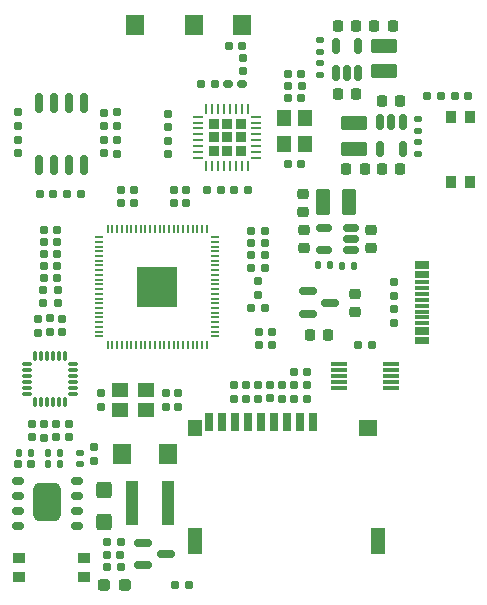
<source format=gbr>
%TF.GenerationSoftware,KiCad,Pcbnew,5.99.0-unknown-b10f156dd0~130~ubuntu20.04.1*%
%TF.CreationDate,2021-06-23T21:39:51+08:00*%
%TF.ProjectId,M5Pi,4d355069-2e6b-4696-9361-645f70636258,3.0*%
%TF.SameCoordinates,Original*%
%TF.FileFunction,Paste,Top*%
%TF.FilePolarity,Positive*%
%FSLAX46Y46*%
G04 Gerber Fmt 4.6, Leading zero omitted, Abs format (unit mm)*
G04 Created by KiCad (PCBNEW 5.99.0-unknown-b10f156dd0~130~ubuntu20.04.1) date 2021-06-23 21:39:51*
%MOMM*%
%LPD*%
G01*
G04 APERTURE LIST*
G04 Aperture macros list*
%AMRoundRect*
0 Rectangle with rounded corners*
0 $1 Rounding radius*
0 $2 $3 $4 $5 $6 $7 $8 $9 X,Y pos of 4 corners*
0 Add a 4 corners polygon primitive as box body*
4,1,4,$2,$3,$4,$5,$6,$7,$8,$9,$2,$3,0*
0 Add four circle primitives for the rounded corners*
1,1,$1+$1,$2,$3*
1,1,$1+$1,$4,$5*
1,1,$1+$1,$6,$7*
1,1,$1+$1,$8,$9*
0 Add four rect primitives between the rounded corners*
20,1,$1+$1,$2,$3,$4,$5,0*
20,1,$1+$1,$4,$5,$6,$7,0*
20,1,$1+$1,$6,$7,$8,$9,0*
20,1,$1+$1,$8,$9,$2,$3,0*%
G04 Aperture macros list end*
%ADD10RoundRect,0.155000X0.212500X0.155000X-0.212500X0.155000X-0.212500X-0.155000X0.212500X-0.155000X0*%
%ADD11RoundRect,0.155000X-0.155000X0.212500X-0.155000X-0.212500X0.155000X-0.212500X0.155000X0.212500X0*%
%ADD12RoundRect,0.160000X-0.197500X-0.160000X0.197500X-0.160000X0.197500X0.160000X-0.197500X0.160000X0*%
%ADD13RoundRect,0.160000X-0.160000X0.197500X-0.160000X-0.197500X0.160000X-0.197500X0.160000X0.197500X0*%
%ADD14RoundRect,0.160000X0.160000X-0.197500X0.160000X0.197500X-0.160000X0.197500X-0.160000X-0.197500X0*%
%ADD15RoundRect,0.155000X-0.212500X-0.155000X0.212500X-0.155000X0.212500X0.155000X-0.212500X0.155000X0*%
%ADD16RoundRect,0.250000X0.850000X-0.375000X0.850000X0.375000X-0.850000X0.375000X-0.850000X-0.375000X0*%
%ADD17R,1.600000X1.400000*%
%ADD18R,1.200000X2.200000*%
%ADD19R,1.200000X1.400000*%
%ADD20R,0.700000X1.600000*%
%ADD21RoundRect,0.135000X-0.135000X-0.185000X0.135000X-0.185000X0.135000X0.185000X-0.135000X0.185000X0*%
%ADD22R,1.400000X0.300000*%
%ADD23RoundRect,0.155000X0.155000X-0.212500X0.155000X0.212500X-0.155000X0.212500X-0.155000X-0.212500X0*%
%ADD24RoundRect,0.225000X-0.225000X-0.250000X0.225000X-0.250000X0.225000X0.250000X-0.225000X0.250000X0*%
%ADD25RoundRect,0.150000X0.150000X-0.512500X0.150000X0.512500X-0.150000X0.512500X-0.150000X-0.512500X0*%
%ADD26RoundRect,0.150000X-0.150000X0.512500X-0.150000X-0.512500X0.150000X-0.512500X0.150000X0.512500X0*%
%ADD27RoundRect,0.160000X0.197500X0.160000X-0.197500X0.160000X-0.197500X-0.160000X0.197500X-0.160000X0*%
%ADD28RoundRect,0.160000X0.222500X0.160000X-0.222500X0.160000X-0.222500X-0.160000X0.222500X-0.160000X0*%
%ADD29RoundRect,0.225000X0.250000X-0.225000X0.250000X0.225000X-0.250000X0.225000X-0.250000X-0.225000X0*%
%ADD30RoundRect,0.135000X0.185000X-0.135000X0.185000X0.135000X-0.185000X0.135000X-0.185000X-0.135000X0*%
%ADD31R,1.100000X3.700000*%
%ADD32RoundRect,0.150000X0.350000X0.150000X-0.350000X0.150000X-0.350000X-0.150000X0.350000X-0.150000X0*%
%ADD33RoundRect,0.600000X-0.600000X1.050000X-0.600000X-1.050000X0.600000X-1.050000X0.600000X1.050000X0*%
%ADD34RoundRect,0.225000X-0.250000X0.225000X-0.250000X-0.225000X0.250000X-0.225000X0.250000X0.225000X0*%
%ADD35R,0.875000X1.100000*%
%ADD36RoundRect,0.075000X-0.350000X-0.075000X0.350000X-0.075000X0.350000X0.075000X-0.350000X0.075000X0*%
%ADD37RoundRect,0.075000X0.075000X-0.350000X0.075000X0.350000X-0.075000X0.350000X-0.075000X-0.350000X0*%
%ADD38RoundRect,0.225000X0.225000X0.250000X-0.225000X0.250000X-0.225000X-0.250000X0.225000X-0.250000X0*%
%ADD39RoundRect,0.150000X0.512500X0.150000X-0.512500X0.150000X-0.512500X-0.150000X0.512500X-0.150000X0*%
%ADD40RoundRect,0.237500X-0.287500X-0.237500X0.287500X-0.237500X0.287500X0.237500X-0.287500X0.237500X0*%
%ADD41R,1.150000X0.300000*%
%ADD42R,1.400000X1.200000*%
%ADD43RoundRect,0.150000X-0.587500X-0.150000X0.587500X-0.150000X0.587500X0.150000X-0.587500X0.150000X0*%
%ADD44RoundRect,0.232500X-0.232500X0.232500X-0.232500X-0.232500X0.232500X-0.232500X0.232500X0.232500X0*%
%ADD45RoundRect,0.062500X-0.062500X0.375000X-0.062500X-0.375000X0.062500X-0.375000X0.062500X0.375000X0*%
%ADD46RoundRect,0.062500X-0.375000X0.062500X-0.375000X-0.062500X0.375000X-0.062500X0.375000X0.062500X0*%
%ADD47RoundRect,0.250000X-0.425000X0.450000X-0.425000X-0.450000X0.425000X-0.450000X0.425000X0.450000X0*%
%ADD48RoundRect,0.135000X0.135000X0.185000X-0.135000X0.185000X-0.135000X-0.185000X0.135000X-0.185000X0*%
%ADD49RoundRect,0.147500X0.147500X0.172500X-0.147500X0.172500X-0.147500X-0.172500X0.147500X-0.172500X0*%
%ADD50O,0.200000X0.800000*%
%ADD51O,0.800000X0.200000*%
%ADD52R,3.420000X3.420000*%
%ADD53RoundRect,0.135000X-0.185000X0.135000X-0.185000X-0.135000X0.185000X-0.135000X0.185000X0.135000X0*%
%ADD54R,1.520000X1.680000*%
%ADD55RoundRect,0.150000X-0.150000X0.675000X-0.150000X-0.675000X0.150000X-0.675000X0.150000X0.675000X0*%
%ADD56R,1.498600X1.798320*%
%ADD57RoundRect,0.250000X0.375000X0.850000X-0.375000X0.850000X-0.375000X-0.850000X0.375000X-0.850000X0*%
%ADD58RoundRect,0.147500X0.172500X-0.147500X0.172500X0.147500X-0.172500X0.147500X-0.172500X-0.147500X0*%
%ADD59R,1.100000X0.875000*%
%ADD60RoundRect,0.250000X-0.850000X0.375000X-0.850000X-0.375000X0.850000X-0.375000X0.850000X0.375000X0*%
G04 APERTURE END LIST*
D10*
%TO.C,C5*%
X143800853Y-72401564D03*
X142665853Y-72401564D03*
%TD*%
D11*
%TO.C,C26*%
X126813353Y-97384064D03*
X126813353Y-98519064D03*
%TD*%
D10*
%TO.C,C21*%
X123123353Y-87621564D03*
X121988353Y-87621564D03*
%TD*%
D11*
%TO.C,C53*%
X126263353Y-101934064D03*
X126263353Y-103069064D03*
%TD*%
D12*
%TO.C,R19*%
X133065853Y-113601564D03*
X134260853Y-113601564D03*
%TD*%
D13*
%TO.C,R11*%
X142178353Y-96646564D03*
X142178353Y-97841564D03*
%TD*%
D11*
%TO.C,C14*%
X134013353Y-80134064D03*
X134013353Y-81269064D03*
%TD*%
D14*
%TO.C,R13*%
X140128353Y-97841564D03*
X140128353Y-96646564D03*
%TD*%
D11*
%TO.C,C47*%
X127123353Y-73616564D03*
X127123353Y-74751564D03*
%TD*%
D15*
%TO.C,C44*%
X121988353Y-86601564D03*
X123123353Y-86601564D03*
%TD*%
D16*
%TO.C,L1*%
X150813353Y-70096564D03*
X150813353Y-67946564D03*
%TD*%
D10*
%TO.C,C40*%
X140680853Y-84651564D03*
X139545853Y-84651564D03*
%TD*%
D14*
%TO.C,R6*%
X122513353Y-92219064D03*
X122513353Y-91024064D03*
%TD*%
D17*
%TO.C,J1*%
X149413353Y-100271564D03*
D18*
X150313353Y-109871564D03*
X134813353Y-109871564D03*
D19*
X134813353Y-100271564D03*
D20*
X144813353Y-99771564D03*
X143713353Y-99771564D03*
X142613353Y-99771564D03*
X141513353Y-99771564D03*
X140413353Y-99771564D03*
X139313353Y-99771564D03*
X138213353Y-99771564D03*
X137113353Y-99771564D03*
X136013353Y-99771564D03*
%TD*%
D21*
%TO.C,R25*%
X145195853Y-86551564D03*
X146215853Y-86551564D03*
%TD*%
D14*
%TO.C,R34*%
X128163353Y-77096564D03*
X128163353Y-75901564D03*
%TD*%
D22*
%TO.C,U1*%
X151373353Y-96891564D03*
X151373353Y-96391564D03*
X151373353Y-95891564D03*
X151373353Y-95391564D03*
X151373353Y-94891564D03*
X146973353Y-94891564D03*
X146973353Y-95391564D03*
X146973353Y-95891564D03*
X146973353Y-96391564D03*
X146973353Y-96891564D03*
%TD*%
D23*
%TO.C,C20*%
X128538353Y-81269064D03*
X128538353Y-80134064D03*
%TD*%
D10*
%TO.C,C12*%
X141330853Y-93301564D03*
X140195853Y-93301564D03*
%TD*%
D24*
%TO.C,C33*%
X149963353Y-66246564D03*
X151513353Y-66246564D03*
%TD*%
D25*
%TO.C,U6*%
X146733353Y-70239064D03*
X147683353Y-70239064D03*
X148633353Y-70239064D03*
X148633353Y-67964064D03*
X146733353Y-67964064D03*
%TD*%
D12*
%TO.C,R10*%
X121958353Y-89691564D03*
X123153353Y-89691564D03*
%TD*%
D23*
%TO.C,C7*%
X132533353Y-77136564D03*
X132533353Y-76001564D03*
%TD*%
D26*
%TO.C,U7*%
X152363353Y-74376564D03*
X151413353Y-74376564D03*
X150463353Y-74376564D03*
X150463353Y-76651564D03*
X152363353Y-76651564D03*
%TD*%
D15*
%TO.C,C50*%
X156795853Y-72201564D03*
X157930853Y-72201564D03*
%TD*%
%TO.C,C22*%
X140195853Y-92201564D03*
X141330853Y-92201564D03*
%TD*%
D13*
%TO.C,Ri1*%
X119813353Y-73586564D03*
X119813353Y-74781564D03*
%TD*%
D27*
%TO.C,R30*%
X140710853Y-83601564D03*
X139515853Y-83601564D03*
%TD*%
D23*
%TO.C,Ci1*%
X119813353Y-77066564D03*
X119813353Y-75931564D03*
%TD*%
D14*
%TO.C,R16*%
X138113353Y-97841564D03*
X138113353Y-96646564D03*
%TD*%
D13*
%TO.C,R15*%
X144253353Y-96646564D03*
X144253353Y-97841564D03*
%TD*%
D28*
%TO.C,TBD1*%
X138758353Y-71151564D03*
X137613353Y-71151564D03*
%TD*%
D29*
%TO.C,C42*%
X148350853Y-90476564D03*
X148350853Y-88926564D03*
%TD*%
D13*
%TO.C,R8*%
X122033353Y-99936564D03*
X122033353Y-101131564D03*
%TD*%
%TO.C,R4*%
X151613353Y-87956564D03*
X151613353Y-89151564D03*
%TD*%
D14*
%TO.C,R7*%
X121463353Y-92249064D03*
X121463353Y-91054064D03*
%TD*%
D13*
%TO.C,R35*%
X128153353Y-73586564D03*
X128153353Y-74781564D03*
%TD*%
D30*
%TO.C,R24*%
X153693353Y-75159064D03*
X153693353Y-74139064D03*
%TD*%
D10*
%TO.C,C1*%
X144280853Y-95601564D03*
X143145853Y-95601564D03*
%TD*%
D12*
%TO.C,R9*%
X121958353Y-88651564D03*
X123153353Y-88651564D03*
%TD*%
D27*
%TO.C,R36*%
X155660853Y-72201564D03*
X154465853Y-72201564D03*
%TD*%
D11*
%TO.C,C3*%
X138813353Y-68984064D03*
X138813353Y-70119064D03*
%TD*%
D13*
%TO.C,R3*%
X151613353Y-90254064D03*
X151613353Y-91449064D03*
%TD*%
D31*
%TO.C,L4*%
X132463353Y-106701564D03*
X129463353Y-106701564D03*
%TD*%
D32*
%TO.C,U10*%
X124763353Y-108606564D03*
X124763353Y-107336564D03*
X124763353Y-106066564D03*
X124763353Y-104796564D03*
X119763353Y-104796564D03*
X119763353Y-106066564D03*
X119763353Y-107336564D03*
X119763353Y-108606564D03*
D33*
X122263353Y-106601564D03*
%TD*%
D12*
%TO.C,R5*%
X142635853Y-71361564D03*
X143830853Y-71361564D03*
%TD*%
D27*
%TO.C,R18*%
X128508353Y-112061564D03*
X127313353Y-112061564D03*
%TD*%
D34*
%TO.C,C37*%
X143985853Y-83526564D03*
X143985853Y-85076564D03*
%TD*%
D35*
%TO.C,SW2*%
X158076353Y-73941564D03*
X158076353Y-79441564D03*
X156451353Y-73941564D03*
X156451353Y-79441564D03*
%TD*%
D36*
%TO.C,U4*%
X120583353Y-94891564D03*
X120583353Y-95391564D03*
X120583353Y-95891564D03*
X120583353Y-96391564D03*
X120583353Y-96891564D03*
X120583353Y-97391564D03*
D37*
X121283353Y-98091564D03*
X121783353Y-98091564D03*
X122283353Y-98091564D03*
X122783353Y-98091564D03*
X123283353Y-98091564D03*
X123783353Y-98091564D03*
D36*
X124483353Y-97391564D03*
X124483353Y-96891564D03*
X124483353Y-96391564D03*
X124483353Y-95891564D03*
X124483353Y-95391564D03*
X124483353Y-94891564D03*
D37*
X123783353Y-94191564D03*
X123283353Y-94191564D03*
X122783353Y-94191564D03*
X122283353Y-94191564D03*
X121783353Y-94191564D03*
X121283353Y-94191564D03*
%TD*%
D15*
%TO.C,C8*%
X142665853Y-70321564D03*
X143800853Y-70321564D03*
%TD*%
D38*
%TO.C,C38*%
X149163353Y-78359064D03*
X147613353Y-78359064D03*
%TD*%
D15*
%TO.C,C49*%
X121675853Y-80541564D03*
X122810853Y-80541564D03*
%TD*%
D39*
%TO.C,U8*%
X147963353Y-85251564D03*
X147963353Y-84301564D03*
X147963353Y-83351564D03*
X145688353Y-83351564D03*
X145688353Y-85251564D03*
%TD*%
D12*
%TO.C,R17*%
X127313353Y-109991564D03*
X128508353Y-109991564D03*
%TD*%
D40*
%TO.C,D1*%
X127088353Y-113601564D03*
X128838353Y-113601564D03*
%TD*%
D24*
%TO.C,C36*%
X150638353Y-78359064D03*
X152188353Y-78359064D03*
%TD*%
D23*
%TO.C,C11*%
X133388353Y-98519064D03*
X133388353Y-97384064D03*
%TD*%
D38*
%TO.C,C32*%
X148458353Y-66251564D03*
X146908353Y-66251564D03*
%TD*%
D13*
%TO.C,R12*%
X143203353Y-96646564D03*
X143203353Y-97841564D03*
%TD*%
D23*
%TO.C,C18*%
X123558353Y-92189064D03*
X123558353Y-91054064D03*
%TD*%
D15*
%TO.C,C28*%
X127343353Y-111031564D03*
X128478353Y-111031564D03*
%TD*%
D41*
%TO.C,UART1*%
X153993353Y-93051564D03*
X153993353Y-92251564D03*
X153993353Y-90951564D03*
X153993353Y-89951564D03*
X153993353Y-89451564D03*
X153993353Y-88451564D03*
X153993353Y-87151564D03*
X153993353Y-86351564D03*
X153993353Y-86651564D03*
X153993353Y-87451564D03*
X153993353Y-87951564D03*
X153993353Y-88951564D03*
X153993353Y-90451564D03*
X153993353Y-91451564D03*
X153993353Y-91951564D03*
X153993353Y-92751564D03*
%TD*%
D10*
%TO.C,C13*%
X140700853Y-90121564D03*
X139565853Y-90121564D03*
%TD*%
D42*
%TO.C,Y2*%
X128463353Y-98801564D03*
X130663353Y-98801564D03*
X130663353Y-97101564D03*
X128463353Y-97101564D03*
%TD*%
D10*
%TO.C,C41*%
X140680853Y-86751564D03*
X139545853Y-86751564D03*
%TD*%
D29*
%TO.C,C39*%
X143970853Y-82041564D03*
X143970853Y-80491564D03*
%TD*%
D43*
%TO.C,U9*%
X144325853Y-88751564D03*
X144325853Y-90651564D03*
X146200853Y-89701564D03*
%TD*%
D27*
%TO.C,R29*%
X139288353Y-80181564D03*
X138093353Y-80181564D03*
%TD*%
D10*
%TO.C,C51*%
X120898353Y-103401564D03*
X119763353Y-103401564D03*
%TD*%
D11*
%TO.C,C17*%
X124083353Y-99966564D03*
X124083353Y-101101564D03*
%TD*%
D27*
%TO.C,R31*%
X140710853Y-85701564D03*
X139515853Y-85701564D03*
%TD*%
D44*
%TO.C,U2*%
X137513353Y-75701564D03*
X137513353Y-74551564D03*
X138663353Y-74551564D03*
X138663353Y-75701564D03*
X138663353Y-76851564D03*
X137513353Y-76851564D03*
X136363353Y-76851564D03*
X136363353Y-75701564D03*
X136363353Y-74551564D03*
D45*
X139263353Y-73264064D03*
X138763353Y-73264064D03*
X138263353Y-73264064D03*
X137763353Y-73264064D03*
X137263353Y-73264064D03*
X136763353Y-73264064D03*
X136263353Y-73264064D03*
X135763353Y-73264064D03*
D46*
X135075853Y-73951564D03*
X135075853Y-74451564D03*
X135075853Y-74951564D03*
X135075853Y-75451564D03*
X135075853Y-75951564D03*
X135075853Y-76451564D03*
X135075853Y-76951564D03*
X135075853Y-77451564D03*
D45*
X135763353Y-78139064D03*
X136263353Y-78139064D03*
X136763353Y-78139064D03*
X137263353Y-78139064D03*
X137763353Y-78139064D03*
X138263353Y-78139064D03*
X138763353Y-78139064D03*
X139263353Y-78139064D03*
D46*
X139950853Y-77451564D03*
X139950853Y-76951564D03*
X139950853Y-76451564D03*
X139950853Y-75951564D03*
X139950853Y-75451564D03*
X139950853Y-74951564D03*
X139950853Y-74451564D03*
X139950853Y-73951564D03*
%TD*%
D47*
%TO.C,C56*%
X127113353Y-105551564D03*
X127113353Y-108251564D03*
%TD*%
D15*
%TO.C,C48*%
X123983353Y-80541564D03*
X125118353Y-80541564D03*
%TD*%
D48*
%TO.C,R2*%
X123373353Y-103401564D03*
X122353353Y-103401564D03*
%TD*%
D49*
%TO.C,D2*%
X123348353Y-102401564D03*
X122378353Y-102401564D03*
%TD*%
D50*
%TO.C,U3*%
X135793353Y-83451564D03*
X135393353Y-83451564D03*
X134993353Y-83451564D03*
X134593353Y-83451564D03*
X134193353Y-83451564D03*
X133793353Y-83451564D03*
X133393353Y-83451564D03*
X132993353Y-83451564D03*
X132593353Y-83451564D03*
X132193353Y-83451564D03*
X131793353Y-83451564D03*
X131393353Y-83451564D03*
X130993353Y-83451564D03*
X130593353Y-83451564D03*
X130193353Y-83451564D03*
X129793353Y-83451564D03*
X129393353Y-83451564D03*
X128993353Y-83451564D03*
X128593353Y-83451564D03*
X128193353Y-83451564D03*
X127793353Y-83451564D03*
X127393353Y-83451564D03*
D51*
X126693353Y-84151564D03*
X126693353Y-84551564D03*
X126693353Y-84951564D03*
X126693353Y-85351564D03*
X126693353Y-85751564D03*
X126693353Y-86151564D03*
X126693353Y-86551564D03*
X126693353Y-86951564D03*
X126693353Y-87351564D03*
X126693353Y-87751564D03*
X126693353Y-88151564D03*
X126693353Y-88551564D03*
X126693353Y-88951564D03*
X126693353Y-89351564D03*
X126693353Y-89751564D03*
X126693353Y-90151564D03*
X126693353Y-90551564D03*
X126693353Y-90951564D03*
X126693353Y-91351564D03*
X126693353Y-91751564D03*
X126693353Y-92151564D03*
X126693353Y-92551564D03*
D50*
X127393353Y-93251564D03*
X127793353Y-93251564D03*
X128193353Y-93251564D03*
X128593353Y-93251564D03*
X128993353Y-93251564D03*
X129393353Y-93251564D03*
X129793353Y-93251564D03*
X130193353Y-93251564D03*
X130593353Y-93251564D03*
X130993353Y-93251564D03*
X131393353Y-93251564D03*
X131793353Y-93251564D03*
X132193353Y-93251564D03*
X132593353Y-93251564D03*
X132993353Y-93251564D03*
X133393353Y-93251564D03*
X133793353Y-93251564D03*
X134193353Y-93251564D03*
X134593353Y-93251564D03*
X134993353Y-93251564D03*
X135393353Y-93251564D03*
X135793353Y-93251564D03*
D51*
X136493353Y-92551564D03*
X136493353Y-92151564D03*
X136493353Y-91751564D03*
X136493353Y-91351564D03*
X136493353Y-90951564D03*
X136493353Y-90551564D03*
X136493353Y-90151564D03*
X136493353Y-89751564D03*
X136493353Y-89351564D03*
X136493353Y-88951564D03*
X136493353Y-88551564D03*
X136493353Y-88151564D03*
X136493353Y-87751564D03*
X136493353Y-87351564D03*
X136493353Y-86951564D03*
X136493353Y-86551564D03*
X136493353Y-86151564D03*
X136493353Y-85751564D03*
X136493353Y-85351564D03*
X136493353Y-84951564D03*
X136493353Y-84551564D03*
X136493353Y-84151564D03*
D52*
X131593353Y-88351564D03*
%TD*%
D23*
%TO.C,C6*%
X132533353Y-74859064D03*
X132533353Y-73724064D03*
%TD*%
D24*
%TO.C,C43*%
X144488353Y-92451564D03*
X146038353Y-92451564D03*
%TD*%
D30*
%TO.C,R23*%
X153693353Y-77119064D03*
X153693353Y-76099064D03*
%TD*%
D24*
%TO.C,C31*%
X146888353Y-72001564D03*
X148438353Y-72001564D03*
%TD*%
D11*
%TO.C,C16*%
X120993353Y-99966564D03*
X120993353Y-101101564D03*
%TD*%
D10*
%TO.C,C45*%
X123123353Y-85581564D03*
X121988353Y-85581564D03*
%TD*%
D14*
%TO.C,R14*%
X139129353Y-97841564D03*
X139129353Y-96646564D03*
%TD*%
D53*
%TO.C,R21*%
X145403353Y-67476564D03*
X145403353Y-68496564D03*
%TD*%
D54*
%TO.C,D4*%
X128613353Y-102501564D03*
X132513353Y-102501564D03*
%TD*%
D23*
%TO.C,C27*%
X141153353Y-97811564D03*
X141153353Y-96676564D03*
%TD*%
D21*
%TO.C,R1*%
X119853353Y-102401564D03*
X120873353Y-102401564D03*
%TD*%
D10*
%TO.C,C23*%
X123123353Y-83531564D03*
X121988353Y-83531564D03*
%TD*%
D15*
%TO.C,C4*%
X142670853Y-78001564D03*
X143805853Y-78001564D03*
%TD*%
D43*
%TO.C,Q1*%
X130425853Y-110051564D03*
X130425853Y-111951564D03*
X132300853Y-111001564D03*
%TD*%
D12*
%TO.C,R28*%
X135768353Y-80181564D03*
X136963353Y-80181564D03*
%TD*%
D27*
%TO.C,R27*%
X136508353Y-71151564D03*
X135313353Y-71151564D03*
%TD*%
D55*
%TO.C,U5*%
X125383353Y-72781564D03*
X124113353Y-72781564D03*
X122843353Y-72781564D03*
X121573353Y-72781564D03*
X121573353Y-78031564D03*
X122843353Y-78031564D03*
X124113353Y-78031564D03*
X125383353Y-78031564D03*
%TD*%
D21*
%TO.C,R26*%
X147195853Y-86561564D03*
X148215853Y-86561564D03*
%TD*%
D15*
%TO.C,C57*%
X137645853Y-67951564D03*
X138780853Y-67951564D03*
%TD*%
D11*
%TO.C,C10*%
X129663353Y-80134064D03*
X129663353Y-81269064D03*
%TD*%
%TO.C,C9*%
X133013353Y-80134064D03*
X133013353Y-81269064D03*
%TD*%
D56*
%TO.C,AE1*%
X138733813Y-66174367D03*
X129737133Y-66174367D03*
X134735473Y-66174367D03*
%TD*%
D57*
%TO.C,L3*%
X147820853Y-81141564D03*
X145670853Y-81141564D03*
%TD*%
D58*
%TO.C,D3*%
X125063353Y-103386564D03*
X125063353Y-102416564D03*
%TD*%
D23*
%TO.C,C46*%
X127123353Y-77066564D03*
X127123353Y-75931564D03*
%TD*%
D15*
%TO.C,C2*%
X148605853Y-93291564D03*
X149740853Y-93291564D03*
%TD*%
D53*
%TO.C,R22*%
X145403353Y-69436564D03*
X145403353Y-70456564D03*
%TD*%
D29*
%TO.C,C35*%
X149713353Y-85076564D03*
X149713353Y-83526564D03*
%TD*%
D11*
%TO.C,C19*%
X123063353Y-99966564D03*
X123063353Y-101101564D03*
%TD*%
%TO.C,C15*%
X140133353Y-87884064D03*
X140133353Y-89019064D03*
%TD*%
D59*
%TO.C,SW1*%
X125388353Y-112914564D03*
X119888353Y-112914564D03*
X119888353Y-111289564D03*
X125388353Y-111289564D03*
%TD*%
D38*
%TO.C,C34*%
X152188353Y-72614064D03*
X150638353Y-72614064D03*
%TD*%
D23*
%TO.C,C25*%
X132338353Y-98519064D03*
X132338353Y-97384064D03*
%TD*%
D10*
%TO.C,C24*%
X123123353Y-84561564D03*
X121988353Y-84561564D03*
%TD*%
D19*
%TO.C,Y1*%
X142363353Y-74101564D03*
X142363353Y-76301564D03*
X144063353Y-76301564D03*
X144063353Y-74101564D03*
%TD*%
D60*
%TO.C,L2*%
X148263353Y-74509064D03*
X148263353Y-76659064D03*
%TD*%
M02*

</source>
